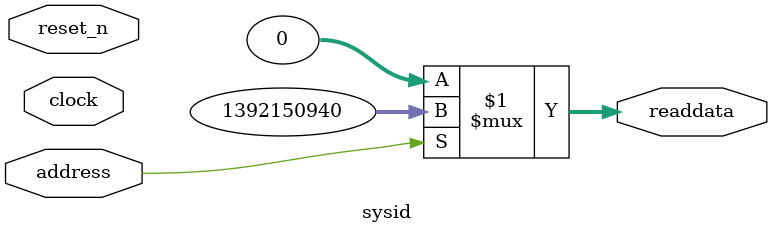
<source format=v>

`timescale 1ns / 1ps
// synthesis translate_on

// turn off superfluous verilog processor warnings 
// altera message_level Level1 
// altera message_off 10034 10035 10036 10037 10230 10240 10030 

module sysid (
               // inputs:
                address,
                clock,
                reset_n,

               // outputs:
                readdata
             )
;

  output  [ 31: 0] readdata;
  input            address;
  input            clock;
  input            reset_n;

  wire    [ 31: 0] readdata;
  //control_slave, which is an e_avalon_slave
  assign readdata = address ? 1392150940 : 0;

endmodule


</source>
